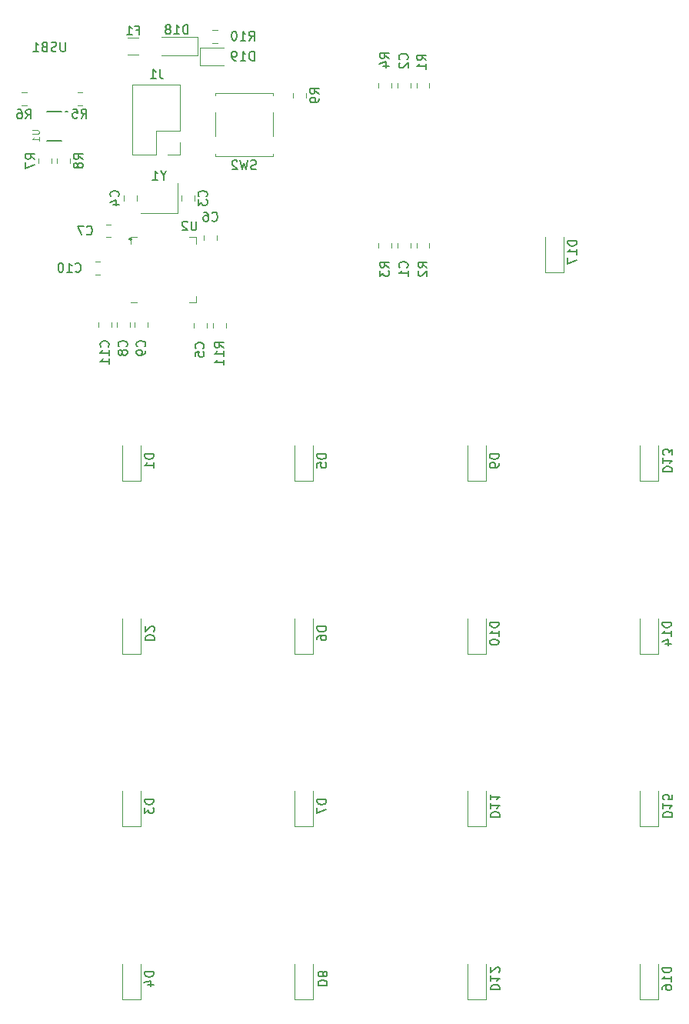
<source format=gbr>
%TF.GenerationSoftware,KiCad,Pcbnew,(5.1.6)-1*%
%TF.CreationDate,2020-07-15T21:07:41-05:00*%
%TF.ProjectId,deco-pad-v1,6465636f-2d70-4616-942d-76312e6b6963,rev?*%
%TF.SameCoordinates,Original*%
%TF.FileFunction,Legend,Bot*%
%TF.FilePolarity,Positive*%
%FSLAX46Y46*%
G04 Gerber Fmt 4.6, Leading zero omitted, Abs format (unit mm)*
G04 Created by KiCad (PCBNEW (5.1.6)-1) date 2020-07-15 21:07:41*
%MOMM*%
%LPD*%
G01*
G04 APERTURE LIST*
%ADD10C,0.150000*%
%ADD11C,0.120000*%
%ADD12C,0.100000*%
G04 APERTURE END LIST*
D10*
X66390000Y-66961428D02*
X66247142Y-67104285D01*
X66390000Y-67247142D01*
X66532857Y-67104285D01*
X66390000Y-66961428D01*
X66390000Y-67247142D01*
D11*
%TO.C,J1*%
X66630000Y-57830000D02*
X69230000Y-57830000D01*
X66630000Y-57830000D02*
X66630000Y-50090000D01*
X66630000Y-50090000D02*
X71830000Y-50090000D01*
X71830000Y-55230000D02*
X71830000Y-50090000D01*
X69230000Y-55230000D02*
X71830000Y-55230000D01*
X69230000Y-57830000D02*
X69230000Y-55230000D01*
X71830000Y-57830000D02*
X71830000Y-56500000D01*
X70500000Y-57830000D02*
X71830000Y-57830000D01*
%TO.C,R8*%
X58290000Y-58241422D02*
X58290000Y-58758578D01*
X59710000Y-58241422D02*
X59710000Y-58758578D01*
%TO.C,R4*%
X93690000Y-50458578D02*
X93690000Y-49941422D01*
X95110000Y-50458578D02*
X95110000Y-49941422D01*
%TO.C,R3*%
X95110000Y-67541422D02*
X95110000Y-68058578D01*
X93690000Y-67541422D02*
X93690000Y-68058578D01*
%TO.C,R2*%
X97890000Y-68058578D02*
X97890000Y-67541422D01*
X99310000Y-68058578D02*
X99310000Y-67541422D01*
%TO.C,R1*%
X99310000Y-49941422D02*
X99310000Y-50458578D01*
X97890000Y-49941422D02*
X97890000Y-50458578D01*
%TO.C,D17*%
X114100000Y-70750000D02*
X114100000Y-66850000D01*
X112100000Y-70750000D02*
X112100000Y-66850000D01*
X114100000Y-70750000D02*
X112100000Y-70750000D01*
%TO.C,C2*%
X97210000Y-49941422D02*
X97210000Y-50458578D01*
X95790000Y-49941422D02*
X95790000Y-50458578D01*
%TO.C,C1*%
X95790000Y-68058578D02*
X95790000Y-67541422D01*
X97210000Y-68058578D02*
X97210000Y-67541422D01*
%TO.C,Y1*%
X71550000Y-60950000D02*
X71550000Y-64250000D01*
X71550000Y-64250000D02*
X67550000Y-64250000D01*
D10*
%TO.C,U1*%
X57200000Y-56300000D02*
X58800000Y-56300000D01*
X59200000Y-53100000D02*
X59500000Y-53100000D01*
X57200000Y-53100000D02*
X58800000Y-53100000D01*
D11*
%TO.C,U2*%
X72885000Y-74110000D02*
X73610000Y-74110000D01*
X73610000Y-74110000D02*
X73610000Y-73385000D01*
X67115000Y-66890000D02*
X66390000Y-66890000D01*
X66390000Y-66890000D02*
X66390000Y-67615000D01*
X72885000Y-66890000D02*
X73610000Y-66890000D01*
X73610000Y-66890000D02*
X73610000Y-67615000D01*
X67115000Y-74110000D02*
X66390000Y-74110000D01*
%TO.C,SW2*%
X75750000Y-57700000D02*
X75750000Y-57950000D01*
X75750000Y-57950000D02*
X82050000Y-57950000D01*
X82050000Y-57950000D02*
X82050000Y-57700000D01*
X75750000Y-53200000D02*
X75750000Y-55800000D01*
X82050000Y-51300000D02*
X82050000Y-51050000D01*
X82050000Y-51050000D02*
X75750000Y-51050000D01*
X75750000Y-51050000D02*
X75750000Y-51300000D01*
X82050000Y-55800000D02*
X82050000Y-53200000D01*
%TO.C,R11*%
X76910000Y-76858578D02*
X76910000Y-76341422D01*
X75490000Y-76858578D02*
X75490000Y-76341422D01*
%TO.C,R10*%
X75441422Y-45510000D02*
X75958578Y-45510000D01*
X75441422Y-44090000D02*
X75958578Y-44090000D01*
%TO.C,R9*%
X84290000Y-51041422D02*
X84290000Y-51558578D01*
X85710000Y-51041422D02*
X85710000Y-51558578D01*
%TO.C,R7*%
X57710000Y-58758578D02*
X57710000Y-58241422D01*
X56290000Y-58758578D02*
X56290000Y-58241422D01*
%TO.C,R6*%
X54958578Y-50990000D02*
X54441422Y-50990000D01*
X54958578Y-52410000D02*
X54441422Y-52410000D01*
%TO.C,R5*%
X60541422Y-52410000D02*
X61058578Y-52410000D01*
X60541422Y-50990000D02*
X61058578Y-50990000D01*
%TO.C,F1*%
X67302064Y-44990000D02*
X66097936Y-44990000D01*
X67302064Y-46810000D02*
X66097936Y-46810000D01*
%TO.C,D19*%
X76700000Y-47960000D02*
X74015000Y-47960000D01*
X74015000Y-47960000D02*
X74015000Y-46040000D01*
X74015000Y-46040000D02*
X76700000Y-46040000D01*
%TO.C,D18*%
X73750000Y-44900000D02*
X73750000Y-46900000D01*
X73750000Y-46900000D02*
X69850000Y-46900000D01*
X73750000Y-44900000D02*
X69850000Y-44900000D01*
%TO.C,D16*%
X124500000Y-150750000D02*
X122500000Y-150750000D01*
X122500000Y-150750000D02*
X122500000Y-146850000D01*
X124500000Y-150750000D02*
X124500000Y-146850000D01*
%TO.C,D15*%
X124500000Y-131750000D02*
X122500000Y-131750000D01*
X122500000Y-131750000D02*
X122500000Y-127850000D01*
X124500000Y-131750000D02*
X124500000Y-127850000D01*
%TO.C,D14*%
X124500000Y-112750000D02*
X122500000Y-112750000D01*
X122500000Y-112750000D02*
X122500000Y-108850000D01*
X124500000Y-112750000D02*
X124500000Y-108850000D01*
%TO.C,D13*%
X124500000Y-93750000D02*
X122500000Y-93750000D01*
X122500000Y-93750000D02*
X122500000Y-89850000D01*
X124500000Y-93750000D02*
X124500000Y-89850000D01*
%TO.C,D12*%
X105500000Y-150750000D02*
X103500000Y-150750000D01*
X103500000Y-150750000D02*
X103500000Y-146850000D01*
X105500000Y-150750000D02*
X105500000Y-146850000D01*
%TO.C,D11*%
X105500000Y-131750000D02*
X103500000Y-131750000D01*
X103500000Y-131750000D02*
X103500000Y-127850000D01*
X105500000Y-131750000D02*
X105500000Y-127850000D01*
%TO.C,D10*%
X105500000Y-112750000D02*
X103500000Y-112750000D01*
X103500000Y-112750000D02*
X103500000Y-108850000D01*
X105500000Y-112750000D02*
X105500000Y-108850000D01*
%TO.C,D9*%
X105500000Y-93750000D02*
X103500000Y-93750000D01*
X103500000Y-93750000D02*
X103500000Y-89850000D01*
X105500000Y-93750000D02*
X105500000Y-89850000D01*
%TO.C,D8*%
X86500000Y-150750000D02*
X84500000Y-150750000D01*
X84500000Y-150750000D02*
X84500000Y-146850000D01*
X86500000Y-150750000D02*
X86500000Y-146850000D01*
%TO.C,D7*%
X86500000Y-131750000D02*
X84500000Y-131750000D01*
X84500000Y-131750000D02*
X84500000Y-127850000D01*
X86500000Y-131750000D02*
X86500000Y-127850000D01*
%TO.C,D6*%
X86500000Y-112750000D02*
X84500000Y-112750000D01*
X84500000Y-112750000D02*
X84500000Y-108850000D01*
X86500000Y-112750000D02*
X86500000Y-108850000D01*
%TO.C,D5*%
X86500000Y-93750000D02*
X84500000Y-93750000D01*
X84500000Y-93750000D02*
X84500000Y-89850000D01*
X86500000Y-93750000D02*
X86500000Y-89850000D01*
%TO.C,D4*%
X67500000Y-150750000D02*
X65500000Y-150750000D01*
X65500000Y-150750000D02*
X65500000Y-146850000D01*
X67500000Y-150750000D02*
X67500000Y-146850000D01*
%TO.C,D3*%
X67500000Y-131750000D02*
X65500000Y-131750000D01*
X65500000Y-131750000D02*
X65500000Y-127850000D01*
X67500000Y-131750000D02*
X67500000Y-127850000D01*
%TO.C,D2*%
X67500000Y-112750000D02*
X65500000Y-112750000D01*
X65500000Y-112750000D02*
X65500000Y-108850000D01*
X67500000Y-112750000D02*
X67500000Y-108850000D01*
%TO.C,D1*%
X67500000Y-93750000D02*
X65500000Y-93750000D01*
X65500000Y-93750000D02*
X65500000Y-89850000D01*
X67500000Y-93750000D02*
X67500000Y-89850000D01*
%TO.C,C11*%
X62890000Y-76241422D02*
X62890000Y-76758578D01*
X64310000Y-76241422D02*
X64310000Y-76758578D01*
%TO.C,C10*%
X63058578Y-69590000D02*
X62541422Y-69590000D01*
X63058578Y-71010000D02*
X62541422Y-71010000D01*
%TO.C,C9*%
X66890000Y-76241422D02*
X66890000Y-76758578D01*
X68310000Y-76241422D02*
X68310000Y-76758578D01*
%TO.C,C8*%
X64890000Y-76241422D02*
X64890000Y-76758578D01*
X66310000Y-76241422D02*
X66310000Y-76758578D01*
%TO.C,C7*%
X64258578Y-65490000D02*
X63741422Y-65490000D01*
X64258578Y-66910000D02*
X63741422Y-66910000D01*
%TO.C,C6*%
X75910000Y-67258578D02*
X75910000Y-66741422D01*
X74490000Y-67258578D02*
X74490000Y-66741422D01*
%TO.C,C5*%
X73390000Y-76378922D02*
X73390000Y-76896078D01*
X74810000Y-76378922D02*
X74810000Y-76896078D01*
%TO.C,C4*%
X65640000Y-62341422D02*
X65640000Y-62858578D01*
X67060000Y-62341422D02*
X67060000Y-62858578D01*
%TO.C,C3*%
X73460000Y-62858578D02*
X73460000Y-62341422D01*
X72040000Y-62858578D02*
X72040000Y-62341422D01*
%TO.C,J1*%
D10*
X69633333Y-48452380D02*
X69633333Y-49166666D01*
X69680952Y-49309523D01*
X69776190Y-49404761D01*
X69919047Y-49452380D01*
X70014285Y-49452380D01*
X68633333Y-49452380D02*
X69204761Y-49452380D01*
X68919047Y-49452380D02*
X68919047Y-48452380D01*
X69014285Y-48595238D01*
X69109523Y-48690476D01*
X69204761Y-48738095D01*
%TO.C,R8*%
X61152380Y-58333333D02*
X60676190Y-58000000D01*
X61152380Y-57761904D02*
X60152380Y-57761904D01*
X60152380Y-58142857D01*
X60200000Y-58238095D01*
X60247619Y-58285714D01*
X60342857Y-58333333D01*
X60485714Y-58333333D01*
X60580952Y-58285714D01*
X60628571Y-58238095D01*
X60676190Y-58142857D01*
X60676190Y-57761904D01*
X60580952Y-58904761D02*
X60533333Y-58809523D01*
X60485714Y-58761904D01*
X60390476Y-58714285D01*
X60342857Y-58714285D01*
X60247619Y-58761904D01*
X60200000Y-58809523D01*
X60152380Y-58904761D01*
X60152380Y-59095238D01*
X60200000Y-59190476D01*
X60247619Y-59238095D01*
X60342857Y-59285714D01*
X60390476Y-59285714D01*
X60485714Y-59238095D01*
X60533333Y-59190476D01*
X60580952Y-59095238D01*
X60580952Y-58904761D01*
X60628571Y-58809523D01*
X60676190Y-58761904D01*
X60771428Y-58714285D01*
X60961904Y-58714285D01*
X61057142Y-58761904D01*
X61104761Y-58809523D01*
X61152380Y-58904761D01*
X61152380Y-59095238D01*
X61104761Y-59190476D01*
X61057142Y-59238095D01*
X60961904Y-59285714D01*
X60771428Y-59285714D01*
X60676190Y-59238095D01*
X60628571Y-59190476D01*
X60580952Y-59095238D01*
%TO.C,R4*%
X94852380Y-47233333D02*
X94376190Y-46900000D01*
X94852380Y-46661904D02*
X93852380Y-46661904D01*
X93852380Y-47042857D01*
X93900000Y-47138095D01*
X93947619Y-47185714D01*
X94042857Y-47233333D01*
X94185714Y-47233333D01*
X94280952Y-47185714D01*
X94328571Y-47138095D01*
X94376190Y-47042857D01*
X94376190Y-46661904D01*
X94185714Y-48090476D02*
X94852380Y-48090476D01*
X93804761Y-47852380D02*
X94519047Y-47614285D01*
X94519047Y-48233333D01*
%TO.C,R3*%
X94852380Y-70233333D02*
X94376190Y-69900000D01*
X94852380Y-69661904D02*
X93852380Y-69661904D01*
X93852380Y-70042857D01*
X93900000Y-70138095D01*
X93947619Y-70185714D01*
X94042857Y-70233333D01*
X94185714Y-70233333D01*
X94280952Y-70185714D01*
X94328571Y-70138095D01*
X94376190Y-70042857D01*
X94376190Y-69661904D01*
X93852380Y-70566666D02*
X93852380Y-71185714D01*
X94233333Y-70852380D01*
X94233333Y-70995238D01*
X94280952Y-71090476D01*
X94328571Y-71138095D01*
X94423809Y-71185714D01*
X94661904Y-71185714D01*
X94757142Y-71138095D01*
X94804761Y-71090476D01*
X94852380Y-70995238D01*
X94852380Y-70709523D01*
X94804761Y-70614285D01*
X94757142Y-70566666D01*
%TO.C,R2*%
X99052380Y-70233333D02*
X98576190Y-69900000D01*
X99052380Y-69661904D02*
X98052380Y-69661904D01*
X98052380Y-70042857D01*
X98100000Y-70138095D01*
X98147619Y-70185714D01*
X98242857Y-70233333D01*
X98385714Y-70233333D01*
X98480952Y-70185714D01*
X98528571Y-70138095D01*
X98576190Y-70042857D01*
X98576190Y-69661904D01*
X98147619Y-70614285D02*
X98100000Y-70661904D01*
X98052380Y-70757142D01*
X98052380Y-70995238D01*
X98100000Y-71090476D01*
X98147619Y-71138095D01*
X98242857Y-71185714D01*
X98338095Y-71185714D01*
X98480952Y-71138095D01*
X99052380Y-70566666D01*
X99052380Y-71185714D01*
%TO.C,R1*%
X98952380Y-47433333D02*
X98476190Y-47100000D01*
X98952380Y-46861904D02*
X97952380Y-46861904D01*
X97952380Y-47242857D01*
X98000000Y-47338095D01*
X98047619Y-47385714D01*
X98142857Y-47433333D01*
X98285714Y-47433333D01*
X98380952Y-47385714D01*
X98428571Y-47338095D01*
X98476190Y-47242857D01*
X98476190Y-46861904D01*
X98952380Y-48385714D02*
X98952380Y-47814285D01*
X98952380Y-48100000D02*
X97952380Y-48100000D01*
X98095238Y-48004761D01*
X98190476Y-47909523D01*
X98238095Y-47814285D01*
%TO.C,D17*%
X115552380Y-67285714D02*
X114552380Y-67285714D01*
X114552380Y-67523809D01*
X114600000Y-67666666D01*
X114695238Y-67761904D01*
X114790476Y-67809523D01*
X114980952Y-67857142D01*
X115123809Y-67857142D01*
X115314285Y-67809523D01*
X115409523Y-67761904D01*
X115504761Y-67666666D01*
X115552380Y-67523809D01*
X115552380Y-67285714D01*
X115552380Y-68809523D02*
X115552380Y-68238095D01*
X115552380Y-68523809D02*
X114552380Y-68523809D01*
X114695238Y-68428571D01*
X114790476Y-68333333D01*
X114838095Y-68238095D01*
X114552380Y-69142857D02*
X114552380Y-69809523D01*
X115552380Y-69380952D01*
%TO.C,C2*%
X96857142Y-47333333D02*
X96904761Y-47285714D01*
X96952380Y-47142857D01*
X96952380Y-47047619D01*
X96904761Y-46904761D01*
X96809523Y-46809523D01*
X96714285Y-46761904D01*
X96523809Y-46714285D01*
X96380952Y-46714285D01*
X96190476Y-46761904D01*
X96095238Y-46809523D01*
X96000000Y-46904761D01*
X95952380Y-47047619D01*
X95952380Y-47142857D01*
X96000000Y-47285714D01*
X96047619Y-47333333D01*
X96047619Y-47714285D02*
X96000000Y-47761904D01*
X95952380Y-47857142D01*
X95952380Y-48095238D01*
X96000000Y-48190476D01*
X96047619Y-48238095D01*
X96142857Y-48285714D01*
X96238095Y-48285714D01*
X96380952Y-48238095D01*
X96952380Y-47666666D01*
X96952380Y-48285714D01*
%TO.C,C1*%
X96857142Y-70233333D02*
X96904761Y-70185714D01*
X96952380Y-70042857D01*
X96952380Y-69947619D01*
X96904761Y-69804761D01*
X96809523Y-69709523D01*
X96714285Y-69661904D01*
X96523809Y-69614285D01*
X96380952Y-69614285D01*
X96190476Y-69661904D01*
X96095238Y-69709523D01*
X96000000Y-69804761D01*
X95952380Y-69947619D01*
X95952380Y-70042857D01*
X96000000Y-70185714D01*
X96047619Y-70233333D01*
X96952380Y-71185714D02*
X96952380Y-70614285D01*
X96952380Y-70900000D02*
X95952380Y-70900000D01*
X96095238Y-70804761D01*
X96190476Y-70709523D01*
X96238095Y-70614285D01*
%TO.C,Y1*%
X70026190Y-60126190D02*
X70026190Y-60602380D01*
X70359523Y-59602380D02*
X70026190Y-60126190D01*
X69692857Y-59602380D01*
X68835714Y-60602380D02*
X69407142Y-60602380D01*
X69121428Y-60602380D02*
X69121428Y-59602380D01*
X69216666Y-59745238D01*
X69311904Y-59840476D01*
X69407142Y-59888095D01*
%TO.C,USB1*%
X59238095Y-45452380D02*
X59238095Y-46261904D01*
X59190476Y-46357142D01*
X59142857Y-46404761D01*
X59047619Y-46452380D01*
X58857142Y-46452380D01*
X58761904Y-46404761D01*
X58714285Y-46357142D01*
X58666666Y-46261904D01*
X58666666Y-45452380D01*
X58238095Y-46404761D02*
X58095238Y-46452380D01*
X57857142Y-46452380D01*
X57761904Y-46404761D01*
X57714285Y-46357142D01*
X57666666Y-46261904D01*
X57666666Y-46166666D01*
X57714285Y-46071428D01*
X57761904Y-46023809D01*
X57857142Y-45976190D01*
X58047619Y-45928571D01*
X58142857Y-45880952D01*
X58190476Y-45833333D01*
X58238095Y-45738095D01*
X58238095Y-45642857D01*
X58190476Y-45547619D01*
X58142857Y-45500000D01*
X58047619Y-45452380D01*
X57809523Y-45452380D01*
X57666666Y-45500000D01*
X56904761Y-45928571D02*
X56761904Y-45976190D01*
X56714285Y-46023809D01*
X56666666Y-46119047D01*
X56666666Y-46261904D01*
X56714285Y-46357142D01*
X56761904Y-46404761D01*
X56857142Y-46452380D01*
X57238095Y-46452380D01*
X57238095Y-45452380D01*
X56904761Y-45452380D01*
X56809523Y-45500000D01*
X56761904Y-45547619D01*
X56714285Y-45642857D01*
X56714285Y-45738095D01*
X56761904Y-45833333D01*
X56809523Y-45880952D01*
X56904761Y-45928571D01*
X57238095Y-45928571D01*
X55714285Y-46452380D02*
X56285714Y-46452380D01*
X56000000Y-46452380D02*
X56000000Y-45452380D01*
X56095238Y-45595238D01*
X56190476Y-45690476D01*
X56285714Y-45738095D01*
%TO.C,U1*%
D12*
X55589285Y-55128571D02*
X56196428Y-55128571D01*
X56267857Y-55164285D01*
X56303571Y-55200000D01*
X56339285Y-55271428D01*
X56339285Y-55414285D01*
X56303571Y-55485714D01*
X56267857Y-55521428D01*
X56196428Y-55557142D01*
X55589285Y-55557142D01*
X56339285Y-56307142D02*
X56339285Y-55878571D01*
X56339285Y-56092857D02*
X55589285Y-56092857D01*
X55696428Y-56021428D01*
X55767857Y-55950000D01*
X55803571Y-55878571D01*
%TO.C,U2*%
D10*
X73661904Y-65152380D02*
X73661904Y-65961904D01*
X73614285Y-66057142D01*
X73566666Y-66104761D01*
X73471428Y-66152380D01*
X73280952Y-66152380D01*
X73185714Y-66104761D01*
X73138095Y-66057142D01*
X73090476Y-65961904D01*
X73090476Y-65152380D01*
X72661904Y-65247619D02*
X72614285Y-65200000D01*
X72519047Y-65152380D01*
X72280952Y-65152380D01*
X72185714Y-65200000D01*
X72138095Y-65247619D01*
X72090476Y-65342857D01*
X72090476Y-65438095D01*
X72138095Y-65580952D01*
X72709523Y-66152380D01*
X72090476Y-66152380D01*
%TO.C,SW2*%
X80233333Y-59404761D02*
X80090476Y-59452380D01*
X79852380Y-59452380D01*
X79757142Y-59404761D01*
X79709523Y-59357142D01*
X79661904Y-59261904D01*
X79661904Y-59166666D01*
X79709523Y-59071428D01*
X79757142Y-59023809D01*
X79852380Y-58976190D01*
X80042857Y-58928571D01*
X80138095Y-58880952D01*
X80185714Y-58833333D01*
X80233333Y-58738095D01*
X80233333Y-58642857D01*
X80185714Y-58547619D01*
X80138095Y-58500000D01*
X80042857Y-58452380D01*
X79804761Y-58452380D01*
X79661904Y-58500000D01*
X79328571Y-58452380D02*
X79090476Y-59452380D01*
X78900000Y-58738095D01*
X78709523Y-59452380D01*
X78471428Y-58452380D01*
X78138095Y-58547619D02*
X78090476Y-58500000D01*
X77995238Y-58452380D01*
X77757142Y-58452380D01*
X77661904Y-58500000D01*
X77614285Y-58547619D01*
X77566666Y-58642857D01*
X77566666Y-58738095D01*
X77614285Y-58880952D01*
X78185714Y-59452380D01*
X77566666Y-59452380D01*
%TO.C,R11*%
X76652380Y-79057142D02*
X76176190Y-78723809D01*
X76652380Y-78485714D02*
X75652380Y-78485714D01*
X75652380Y-78866666D01*
X75700000Y-78961904D01*
X75747619Y-79009523D01*
X75842857Y-79057142D01*
X75985714Y-79057142D01*
X76080952Y-79009523D01*
X76128571Y-78961904D01*
X76176190Y-78866666D01*
X76176190Y-78485714D01*
X76652380Y-80009523D02*
X76652380Y-79438095D01*
X76652380Y-79723809D02*
X75652380Y-79723809D01*
X75795238Y-79628571D01*
X75890476Y-79533333D01*
X75938095Y-79438095D01*
X76652380Y-80961904D02*
X76652380Y-80390476D01*
X76652380Y-80676190D02*
X75652380Y-80676190D01*
X75795238Y-80580952D01*
X75890476Y-80485714D01*
X75938095Y-80390476D01*
%TO.C,R10*%
X79442857Y-45252380D02*
X79776190Y-44776190D01*
X80014285Y-45252380D02*
X80014285Y-44252380D01*
X79633333Y-44252380D01*
X79538095Y-44300000D01*
X79490476Y-44347619D01*
X79442857Y-44442857D01*
X79442857Y-44585714D01*
X79490476Y-44680952D01*
X79538095Y-44728571D01*
X79633333Y-44776190D01*
X80014285Y-44776190D01*
X78490476Y-45252380D02*
X79061904Y-45252380D01*
X78776190Y-45252380D02*
X78776190Y-44252380D01*
X78871428Y-44395238D01*
X78966666Y-44490476D01*
X79061904Y-44538095D01*
X77871428Y-44252380D02*
X77776190Y-44252380D01*
X77680952Y-44300000D01*
X77633333Y-44347619D01*
X77585714Y-44442857D01*
X77538095Y-44633333D01*
X77538095Y-44871428D01*
X77585714Y-45061904D01*
X77633333Y-45157142D01*
X77680952Y-45204761D01*
X77776190Y-45252380D01*
X77871428Y-45252380D01*
X77966666Y-45204761D01*
X78014285Y-45157142D01*
X78061904Y-45061904D01*
X78109523Y-44871428D01*
X78109523Y-44633333D01*
X78061904Y-44442857D01*
X78014285Y-44347619D01*
X77966666Y-44300000D01*
X77871428Y-44252380D01*
%TO.C,R9*%
X87152380Y-51133333D02*
X86676190Y-50800000D01*
X87152380Y-50561904D02*
X86152380Y-50561904D01*
X86152380Y-50942857D01*
X86200000Y-51038095D01*
X86247619Y-51085714D01*
X86342857Y-51133333D01*
X86485714Y-51133333D01*
X86580952Y-51085714D01*
X86628571Y-51038095D01*
X86676190Y-50942857D01*
X86676190Y-50561904D01*
X87152380Y-51609523D02*
X87152380Y-51800000D01*
X87104761Y-51895238D01*
X87057142Y-51942857D01*
X86914285Y-52038095D01*
X86723809Y-52085714D01*
X86342857Y-52085714D01*
X86247619Y-52038095D01*
X86200000Y-51990476D01*
X86152380Y-51895238D01*
X86152380Y-51704761D01*
X86200000Y-51609523D01*
X86247619Y-51561904D01*
X86342857Y-51514285D01*
X86580952Y-51514285D01*
X86676190Y-51561904D01*
X86723809Y-51609523D01*
X86771428Y-51704761D01*
X86771428Y-51895238D01*
X86723809Y-51990476D01*
X86676190Y-52038095D01*
X86580952Y-52085714D01*
%TO.C,R7*%
X55852380Y-58333333D02*
X55376190Y-58000000D01*
X55852380Y-57761904D02*
X54852380Y-57761904D01*
X54852380Y-58142857D01*
X54900000Y-58238095D01*
X54947619Y-58285714D01*
X55042857Y-58333333D01*
X55185714Y-58333333D01*
X55280952Y-58285714D01*
X55328571Y-58238095D01*
X55376190Y-58142857D01*
X55376190Y-57761904D01*
X54852380Y-58666666D02*
X54852380Y-59333333D01*
X55852380Y-58904761D01*
%TO.C,R6*%
X54866666Y-53852380D02*
X55200000Y-53376190D01*
X55438095Y-53852380D02*
X55438095Y-52852380D01*
X55057142Y-52852380D01*
X54961904Y-52900000D01*
X54914285Y-52947619D01*
X54866666Y-53042857D01*
X54866666Y-53185714D01*
X54914285Y-53280952D01*
X54961904Y-53328571D01*
X55057142Y-53376190D01*
X55438095Y-53376190D01*
X54009523Y-52852380D02*
X54200000Y-52852380D01*
X54295238Y-52900000D01*
X54342857Y-52947619D01*
X54438095Y-53090476D01*
X54485714Y-53280952D01*
X54485714Y-53661904D01*
X54438095Y-53757142D01*
X54390476Y-53804761D01*
X54295238Y-53852380D01*
X54104761Y-53852380D01*
X54009523Y-53804761D01*
X53961904Y-53757142D01*
X53914285Y-53661904D01*
X53914285Y-53423809D01*
X53961904Y-53328571D01*
X54009523Y-53280952D01*
X54104761Y-53233333D01*
X54295238Y-53233333D01*
X54390476Y-53280952D01*
X54438095Y-53328571D01*
X54485714Y-53423809D01*
%TO.C,R5*%
X60966666Y-53802380D02*
X61300000Y-53326190D01*
X61538095Y-53802380D02*
X61538095Y-52802380D01*
X61157142Y-52802380D01*
X61061904Y-52850000D01*
X61014285Y-52897619D01*
X60966666Y-52992857D01*
X60966666Y-53135714D01*
X61014285Y-53230952D01*
X61061904Y-53278571D01*
X61157142Y-53326190D01*
X61538095Y-53326190D01*
X60061904Y-52802380D02*
X60538095Y-52802380D01*
X60585714Y-53278571D01*
X60538095Y-53230952D01*
X60442857Y-53183333D01*
X60204761Y-53183333D01*
X60109523Y-53230952D01*
X60061904Y-53278571D01*
X60014285Y-53373809D01*
X60014285Y-53611904D01*
X60061904Y-53707142D01*
X60109523Y-53754761D01*
X60204761Y-53802380D01*
X60442857Y-53802380D01*
X60538095Y-53754761D01*
X60585714Y-53707142D01*
%TO.C,F1*%
X67033333Y-44128571D02*
X67366666Y-44128571D01*
X67366666Y-44652380D02*
X67366666Y-43652380D01*
X66890476Y-43652380D01*
X65985714Y-44652380D02*
X66557142Y-44652380D01*
X66271428Y-44652380D02*
X66271428Y-43652380D01*
X66366666Y-43795238D01*
X66461904Y-43890476D01*
X66557142Y-43938095D01*
%TO.C,D19*%
X80014285Y-47452380D02*
X80014285Y-46452380D01*
X79776190Y-46452380D01*
X79633333Y-46500000D01*
X79538095Y-46595238D01*
X79490476Y-46690476D01*
X79442857Y-46880952D01*
X79442857Y-47023809D01*
X79490476Y-47214285D01*
X79538095Y-47309523D01*
X79633333Y-47404761D01*
X79776190Y-47452380D01*
X80014285Y-47452380D01*
X78490476Y-47452380D02*
X79061904Y-47452380D01*
X78776190Y-47452380D02*
X78776190Y-46452380D01*
X78871428Y-46595238D01*
X78966666Y-46690476D01*
X79061904Y-46738095D01*
X78014285Y-47452380D02*
X77823809Y-47452380D01*
X77728571Y-47404761D01*
X77680952Y-47357142D01*
X77585714Y-47214285D01*
X77538095Y-47023809D01*
X77538095Y-46642857D01*
X77585714Y-46547619D01*
X77633333Y-46500000D01*
X77728571Y-46452380D01*
X77919047Y-46452380D01*
X78014285Y-46500000D01*
X78061904Y-46547619D01*
X78109523Y-46642857D01*
X78109523Y-46880952D01*
X78061904Y-46976190D01*
X78014285Y-47023809D01*
X77919047Y-47071428D01*
X77728571Y-47071428D01*
X77633333Y-47023809D01*
X77585714Y-46976190D01*
X77538095Y-46880952D01*
%TO.C,D18*%
X72714285Y-44552380D02*
X72714285Y-43552380D01*
X72476190Y-43552380D01*
X72333333Y-43600000D01*
X72238095Y-43695238D01*
X72190476Y-43790476D01*
X72142857Y-43980952D01*
X72142857Y-44123809D01*
X72190476Y-44314285D01*
X72238095Y-44409523D01*
X72333333Y-44504761D01*
X72476190Y-44552380D01*
X72714285Y-44552380D01*
X71190476Y-44552380D02*
X71761904Y-44552380D01*
X71476190Y-44552380D02*
X71476190Y-43552380D01*
X71571428Y-43695238D01*
X71666666Y-43790476D01*
X71761904Y-43838095D01*
X70619047Y-43980952D02*
X70714285Y-43933333D01*
X70761904Y-43885714D01*
X70809523Y-43790476D01*
X70809523Y-43742857D01*
X70761904Y-43647619D01*
X70714285Y-43600000D01*
X70619047Y-43552380D01*
X70428571Y-43552380D01*
X70333333Y-43600000D01*
X70285714Y-43647619D01*
X70238095Y-43742857D01*
X70238095Y-43790476D01*
X70285714Y-43885714D01*
X70333333Y-43933333D01*
X70428571Y-43980952D01*
X70619047Y-43980952D01*
X70714285Y-44028571D01*
X70761904Y-44076190D01*
X70809523Y-44171428D01*
X70809523Y-44361904D01*
X70761904Y-44457142D01*
X70714285Y-44504761D01*
X70619047Y-44552380D01*
X70428571Y-44552380D01*
X70333333Y-44504761D01*
X70285714Y-44457142D01*
X70238095Y-44361904D01*
X70238095Y-44171428D01*
X70285714Y-44076190D01*
X70333333Y-44028571D01*
X70428571Y-43980952D01*
%TO.C,D16*%
X125952380Y-147285714D02*
X124952380Y-147285714D01*
X124952380Y-147523809D01*
X125000000Y-147666666D01*
X125095238Y-147761904D01*
X125190476Y-147809523D01*
X125380952Y-147857142D01*
X125523809Y-147857142D01*
X125714285Y-147809523D01*
X125809523Y-147761904D01*
X125904761Y-147666666D01*
X125952380Y-147523809D01*
X125952380Y-147285714D01*
X125952380Y-148809523D02*
X125952380Y-148238095D01*
X125952380Y-148523809D02*
X124952380Y-148523809D01*
X125095238Y-148428571D01*
X125190476Y-148333333D01*
X125238095Y-148238095D01*
X124952380Y-149666666D02*
X124952380Y-149476190D01*
X125000000Y-149380952D01*
X125047619Y-149333333D01*
X125190476Y-149238095D01*
X125380952Y-149190476D01*
X125761904Y-149190476D01*
X125857142Y-149238095D01*
X125904761Y-149285714D01*
X125952380Y-149380952D01*
X125952380Y-149571428D01*
X125904761Y-149666666D01*
X125857142Y-149714285D01*
X125761904Y-149761904D01*
X125523809Y-149761904D01*
X125428571Y-149714285D01*
X125380952Y-149666666D01*
X125333333Y-149571428D01*
X125333333Y-149380952D01*
X125380952Y-149285714D01*
X125428571Y-149238095D01*
X125523809Y-149190476D01*
%TO.C,D15*%
X125047619Y-130714285D02*
X126047619Y-130714285D01*
X126047619Y-130476190D01*
X126000000Y-130333333D01*
X125904761Y-130238095D01*
X125809523Y-130190476D01*
X125619047Y-130142857D01*
X125476190Y-130142857D01*
X125285714Y-130190476D01*
X125190476Y-130238095D01*
X125095238Y-130333333D01*
X125047619Y-130476190D01*
X125047619Y-130714285D01*
X125047619Y-129190476D02*
X125047619Y-129761904D01*
X125047619Y-129476190D02*
X126047619Y-129476190D01*
X125904761Y-129571428D01*
X125809523Y-129666666D01*
X125761904Y-129761904D01*
X126047619Y-128285714D02*
X126047619Y-128761904D01*
X125571428Y-128809523D01*
X125619047Y-128761904D01*
X125666666Y-128666666D01*
X125666666Y-128428571D01*
X125619047Y-128333333D01*
X125571428Y-128285714D01*
X125476190Y-128238095D01*
X125238095Y-128238095D01*
X125142857Y-128285714D01*
X125095238Y-128333333D01*
X125047619Y-128428571D01*
X125047619Y-128666666D01*
X125095238Y-128761904D01*
X125142857Y-128809523D01*
%TO.C,D14*%
X125952380Y-109285714D02*
X124952380Y-109285714D01*
X124952380Y-109523809D01*
X125000000Y-109666666D01*
X125095238Y-109761904D01*
X125190476Y-109809523D01*
X125380952Y-109857142D01*
X125523809Y-109857142D01*
X125714285Y-109809523D01*
X125809523Y-109761904D01*
X125904761Y-109666666D01*
X125952380Y-109523809D01*
X125952380Y-109285714D01*
X125952380Y-110809523D02*
X125952380Y-110238095D01*
X125952380Y-110523809D02*
X124952380Y-110523809D01*
X125095238Y-110428571D01*
X125190476Y-110333333D01*
X125238095Y-110238095D01*
X125285714Y-111666666D02*
X125952380Y-111666666D01*
X124904761Y-111428571D02*
X125619047Y-111190476D01*
X125619047Y-111809523D01*
%TO.C,D13*%
X125047619Y-92714285D02*
X126047619Y-92714285D01*
X126047619Y-92476190D01*
X126000000Y-92333333D01*
X125904761Y-92238095D01*
X125809523Y-92190476D01*
X125619047Y-92142857D01*
X125476190Y-92142857D01*
X125285714Y-92190476D01*
X125190476Y-92238095D01*
X125095238Y-92333333D01*
X125047619Y-92476190D01*
X125047619Y-92714285D01*
X125047619Y-91190476D02*
X125047619Y-91761904D01*
X125047619Y-91476190D02*
X126047619Y-91476190D01*
X125904761Y-91571428D01*
X125809523Y-91666666D01*
X125761904Y-91761904D01*
X126047619Y-90857142D02*
X126047619Y-90238095D01*
X125666666Y-90571428D01*
X125666666Y-90428571D01*
X125619047Y-90333333D01*
X125571428Y-90285714D01*
X125476190Y-90238095D01*
X125238095Y-90238095D01*
X125142857Y-90285714D01*
X125095238Y-90333333D01*
X125047619Y-90428571D01*
X125047619Y-90714285D01*
X125095238Y-90809523D01*
X125142857Y-90857142D01*
%TO.C,D12*%
X106047619Y-149714285D02*
X107047619Y-149714285D01*
X107047619Y-149476190D01*
X107000000Y-149333333D01*
X106904761Y-149238095D01*
X106809523Y-149190476D01*
X106619047Y-149142857D01*
X106476190Y-149142857D01*
X106285714Y-149190476D01*
X106190476Y-149238095D01*
X106095238Y-149333333D01*
X106047619Y-149476190D01*
X106047619Y-149714285D01*
X106047619Y-148190476D02*
X106047619Y-148761904D01*
X106047619Y-148476190D02*
X107047619Y-148476190D01*
X106904761Y-148571428D01*
X106809523Y-148666666D01*
X106761904Y-148761904D01*
X106952380Y-147809523D02*
X107000000Y-147761904D01*
X107047619Y-147666666D01*
X107047619Y-147428571D01*
X107000000Y-147333333D01*
X106952380Y-147285714D01*
X106857142Y-147238095D01*
X106761904Y-147238095D01*
X106619047Y-147285714D01*
X106047619Y-147857142D01*
X106047619Y-147238095D01*
%TO.C,D11*%
X106047619Y-130714285D02*
X107047619Y-130714285D01*
X107047619Y-130476190D01*
X107000000Y-130333333D01*
X106904761Y-130238095D01*
X106809523Y-130190476D01*
X106619047Y-130142857D01*
X106476190Y-130142857D01*
X106285714Y-130190476D01*
X106190476Y-130238095D01*
X106095238Y-130333333D01*
X106047619Y-130476190D01*
X106047619Y-130714285D01*
X106047619Y-129190476D02*
X106047619Y-129761904D01*
X106047619Y-129476190D02*
X107047619Y-129476190D01*
X106904761Y-129571428D01*
X106809523Y-129666666D01*
X106761904Y-129761904D01*
X106047619Y-128238095D02*
X106047619Y-128809523D01*
X106047619Y-128523809D02*
X107047619Y-128523809D01*
X106904761Y-128619047D01*
X106809523Y-128714285D01*
X106761904Y-128809523D01*
%TO.C,D10*%
X106952380Y-109285714D02*
X105952380Y-109285714D01*
X105952380Y-109523809D01*
X106000000Y-109666666D01*
X106095238Y-109761904D01*
X106190476Y-109809523D01*
X106380952Y-109857142D01*
X106523809Y-109857142D01*
X106714285Y-109809523D01*
X106809523Y-109761904D01*
X106904761Y-109666666D01*
X106952380Y-109523809D01*
X106952380Y-109285714D01*
X106952380Y-110809523D02*
X106952380Y-110238095D01*
X106952380Y-110523809D02*
X105952380Y-110523809D01*
X106095238Y-110428571D01*
X106190476Y-110333333D01*
X106238095Y-110238095D01*
X105952380Y-111428571D02*
X105952380Y-111523809D01*
X106000000Y-111619047D01*
X106047619Y-111666666D01*
X106142857Y-111714285D01*
X106333333Y-111761904D01*
X106571428Y-111761904D01*
X106761904Y-111714285D01*
X106857142Y-111666666D01*
X106904761Y-111619047D01*
X106952380Y-111523809D01*
X106952380Y-111428571D01*
X106904761Y-111333333D01*
X106857142Y-111285714D01*
X106761904Y-111238095D01*
X106571428Y-111190476D01*
X106333333Y-111190476D01*
X106142857Y-111238095D01*
X106047619Y-111285714D01*
X106000000Y-111333333D01*
X105952380Y-111428571D01*
%TO.C,D9*%
X106952380Y-90761904D02*
X105952380Y-90761904D01*
X105952380Y-91000000D01*
X106000000Y-91142857D01*
X106095238Y-91238095D01*
X106190476Y-91285714D01*
X106380952Y-91333333D01*
X106523809Y-91333333D01*
X106714285Y-91285714D01*
X106809523Y-91238095D01*
X106904761Y-91142857D01*
X106952380Y-91000000D01*
X106952380Y-90761904D01*
X106952380Y-91809523D02*
X106952380Y-92000000D01*
X106904761Y-92095238D01*
X106857142Y-92142857D01*
X106714285Y-92238095D01*
X106523809Y-92285714D01*
X106142857Y-92285714D01*
X106047619Y-92238095D01*
X106000000Y-92190476D01*
X105952380Y-92095238D01*
X105952380Y-91904761D01*
X106000000Y-91809523D01*
X106047619Y-91761904D01*
X106142857Y-91714285D01*
X106380952Y-91714285D01*
X106476190Y-91761904D01*
X106523809Y-91809523D01*
X106571428Y-91904761D01*
X106571428Y-92095238D01*
X106523809Y-92190476D01*
X106476190Y-92238095D01*
X106380952Y-92285714D01*
%TO.C,D8*%
X87047619Y-149238095D02*
X88047619Y-149238095D01*
X88047619Y-149000000D01*
X88000000Y-148857142D01*
X87904761Y-148761904D01*
X87809523Y-148714285D01*
X87619047Y-148666666D01*
X87476190Y-148666666D01*
X87285714Y-148714285D01*
X87190476Y-148761904D01*
X87095238Y-148857142D01*
X87047619Y-149000000D01*
X87047619Y-149238095D01*
X87619047Y-148095238D02*
X87666666Y-148190476D01*
X87714285Y-148238095D01*
X87809523Y-148285714D01*
X87857142Y-148285714D01*
X87952380Y-148238095D01*
X88000000Y-148190476D01*
X88047619Y-148095238D01*
X88047619Y-147904761D01*
X88000000Y-147809523D01*
X87952380Y-147761904D01*
X87857142Y-147714285D01*
X87809523Y-147714285D01*
X87714285Y-147761904D01*
X87666666Y-147809523D01*
X87619047Y-147904761D01*
X87619047Y-148095238D01*
X87571428Y-148190476D01*
X87523809Y-148238095D01*
X87428571Y-148285714D01*
X87238095Y-148285714D01*
X87142857Y-148238095D01*
X87095238Y-148190476D01*
X87047619Y-148095238D01*
X87047619Y-147904761D01*
X87095238Y-147809523D01*
X87142857Y-147761904D01*
X87238095Y-147714285D01*
X87428571Y-147714285D01*
X87523809Y-147761904D01*
X87571428Y-147809523D01*
X87619047Y-147904761D01*
%TO.C,D7*%
X87952380Y-128761904D02*
X86952380Y-128761904D01*
X86952380Y-129000000D01*
X87000000Y-129142857D01*
X87095238Y-129238095D01*
X87190476Y-129285714D01*
X87380952Y-129333333D01*
X87523809Y-129333333D01*
X87714285Y-129285714D01*
X87809523Y-129238095D01*
X87904761Y-129142857D01*
X87952380Y-129000000D01*
X87952380Y-128761904D01*
X86952380Y-129666666D02*
X86952380Y-130333333D01*
X87952380Y-129904761D01*
%TO.C,D6*%
X87952380Y-109761904D02*
X86952380Y-109761904D01*
X86952380Y-110000000D01*
X87000000Y-110142857D01*
X87095238Y-110238095D01*
X87190476Y-110285714D01*
X87380952Y-110333333D01*
X87523809Y-110333333D01*
X87714285Y-110285714D01*
X87809523Y-110238095D01*
X87904761Y-110142857D01*
X87952380Y-110000000D01*
X87952380Y-109761904D01*
X86952380Y-111190476D02*
X86952380Y-111000000D01*
X87000000Y-110904761D01*
X87047619Y-110857142D01*
X87190476Y-110761904D01*
X87380952Y-110714285D01*
X87761904Y-110714285D01*
X87857142Y-110761904D01*
X87904761Y-110809523D01*
X87952380Y-110904761D01*
X87952380Y-111095238D01*
X87904761Y-111190476D01*
X87857142Y-111238095D01*
X87761904Y-111285714D01*
X87523809Y-111285714D01*
X87428571Y-111238095D01*
X87380952Y-111190476D01*
X87333333Y-111095238D01*
X87333333Y-110904761D01*
X87380952Y-110809523D01*
X87428571Y-110761904D01*
X87523809Y-110714285D01*
%TO.C,D5*%
X87952380Y-90761904D02*
X86952380Y-90761904D01*
X86952380Y-91000000D01*
X87000000Y-91142857D01*
X87095238Y-91238095D01*
X87190476Y-91285714D01*
X87380952Y-91333333D01*
X87523809Y-91333333D01*
X87714285Y-91285714D01*
X87809523Y-91238095D01*
X87904761Y-91142857D01*
X87952380Y-91000000D01*
X87952380Y-90761904D01*
X86952380Y-92238095D02*
X86952380Y-91761904D01*
X87428571Y-91714285D01*
X87380952Y-91761904D01*
X87333333Y-91857142D01*
X87333333Y-92095238D01*
X87380952Y-92190476D01*
X87428571Y-92238095D01*
X87523809Y-92285714D01*
X87761904Y-92285714D01*
X87857142Y-92238095D01*
X87904761Y-92190476D01*
X87952380Y-92095238D01*
X87952380Y-91857142D01*
X87904761Y-91761904D01*
X87857142Y-91714285D01*
%TO.C,D4*%
X68952380Y-147761904D02*
X67952380Y-147761904D01*
X67952380Y-148000000D01*
X68000000Y-148142857D01*
X68095238Y-148238095D01*
X68190476Y-148285714D01*
X68380952Y-148333333D01*
X68523809Y-148333333D01*
X68714285Y-148285714D01*
X68809523Y-148238095D01*
X68904761Y-148142857D01*
X68952380Y-148000000D01*
X68952380Y-147761904D01*
X68285714Y-149190476D02*
X68952380Y-149190476D01*
X67904761Y-148952380D02*
X68619047Y-148714285D01*
X68619047Y-149333333D01*
%TO.C,D3*%
X68952380Y-128761904D02*
X67952380Y-128761904D01*
X67952380Y-129000000D01*
X68000000Y-129142857D01*
X68095238Y-129238095D01*
X68190476Y-129285714D01*
X68380952Y-129333333D01*
X68523809Y-129333333D01*
X68714285Y-129285714D01*
X68809523Y-129238095D01*
X68904761Y-129142857D01*
X68952380Y-129000000D01*
X68952380Y-128761904D01*
X67952380Y-129666666D02*
X67952380Y-130285714D01*
X68333333Y-129952380D01*
X68333333Y-130095238D01*
X68380952Y-130190476D01*
X68428571Y-130238095D01*
X68523809Y-130285714D01*
X68761904Y-130285714D01*
X68857142Y-130238095D01*
X68904761Y-130190476D01*
X68952380Y-130095238D01*
X68952380Y-129809523D01*
X68904761Y-129714285D01*
X68857142Y-129666666D01*
%TO.C,D2*%
X68047619Y-111238095D02*
X69047619Y-111238095D01*
X69047619Y-111000000D01*
X69000000Y-110857142D01*
X68904761Y-110761904D01*
X68809523Y-110714285D01*
X68619047Y-110666666D01*
X68476190Y-110666666D01*
X68285714Y-110714285D01*
X68190476Y-110761904D01*
X68095238Y-110857142D01*
X68047619Y-111000000D01*
X68047619Y-111238095D01*
X68952380Y-110285714D02*
X69000000Y-110238095D01*
X69047619Y-110142857D01*
X69047619Y-109904761D01*
X69000000Y-109809523D01*
X68952380Y-109761904D01*
X68857142Y-109714285D01*
X68761904Y-109714285D01*
X68619047Y-109761904D01*
X68047619Y-110333333D01*
X68047619Y-109714285D01*
%TO.C,D1*%
X68952380Y-90761904D02*
X67952380Y-90761904D01*
X67952380Y-91000000D01*
X68000000Y-91142857D01*
X68095238Y-91238095D01*
X68190476Y-91285714D01*
X68380952Y-91333333D01*
X68523809Y-91333333D01*
X68714285Y-91285714D01*
X68809523Y-91238095D01*
X68904761Y-91142857D01*
X68952380Y-91000000D01*
X68952380Y-90761904D01*
X68952380Y-92285714D02*
X68952380Y-91714285D01*
X68952380Y-92000000D02*
X67952380Y-92000000D01*
X68095238Y-91904761D01*
X68190476Y-91809523D01*
X68238095Y-91714285D01*
%TO.C,C11*%
X63957142Y-78957142D02*
X64004761Y-78909523D01*
X64052380Y-78766666D01*
X64052380Y-78671428D01*
X64004761Y-78528571D01*
X63909523Y-78433333D01*
X63814285Y-78385714D01*
X63623809Y-78338095D01*
X63480952Y-78338095D01*
X63290476Y-78385714D01*
X63195238Y-78433333D01*
X63100000Y-78528571D01*
X63052380Y-78671428D01*
X63052380Y-78766666D01*
X63100000Y-78909523D01*
X63147619Y-78957142D01*
X64052380Y-79909523D02*
X64052380Y-79338095D01*
X64052380Y-79623809D02*
X63052380Y-79623809D01*
X63195238Y-79528571D01*
X63290476Y-79433333D01*
X63338095Y-79338095D01*
X64052380Y-80861904D02*
X64052380Y-80290476D01*
X64052380Y-80576190D02*
X63052380Y-80576190D01*
X63195238Y-80480952D01*
X63290476Y-80385714D01*
X63338095Y-80290476D01*
%TO.C,C10*%
X60342857Y-70657142D02*
X60390476Y-70704761D01*
X60533333Y-70752380D01*
X60628571Y-70752380D01*
X60771428Y-70704761D01*
X60866666Y-70609523D01*
X60914285Y-70514285D01*
X60961904Y-70323809D01*
X60961904Y-70180952D01*
X60914285Y-69990476D01*
X60866666Y-69895238D01*
X60771428Y-69800000D01*
X60628571Y-69752380D01*
X60533333Y-69752380D01*
X60390476Y-69800000D01*
X60342857Y-69847619D01*
X59390476Y-70752380D02*
X59961904Y-70752380D01*
X59676190Y-70752380D02*
X59676190Y-69752380D01*
X59771428Y-69895238D01*
X59866666Y-69990476D01*
X59961904Y-70038095D01*
X58771428Y-69752380D02*
X58676190Y-69752380D01*
X58580952Y-69800000D01*
X58533333Y-69847619D01*
X58485714Y-69942857D01*
X58438095Y-70133333D01*
X58438095Y-70371428D01*
X58485714Y-70561904D01*
X58533333Y-70657142D01*
X58580952Y-70704761D01*
X58676190Y-70752380D01*
X58771428Y-70752380D01*
X58866666Y-70704761D01*
X58914285Y-70657142D01*
X58961904Y-70561904D01*
X59009523Y-70371428D01*
X59009523Y-70133333D01*
X58961904Y-69942857D01*
X58914285Y-69847619D01*
X58866666Y-69800000D01*
X58771428Y-69752380D01*
%TO.C,C9*%
X67957142Y-78933333D02*
X68004761Y-78885714D01*
X68052380Y-78742857D01*
X68052380Y-78647619D01*
X68004761Y-78504761D01*
X67909523Y-78409523D01*
X67814285Y-78361904D01*
X67623809Y-78314285D01*
X67480952Y-78314285D01*
X67290476Y-78361904D01*
X67195238Y-78409523D01*
X67100000Y-78504761D01*
X67052380Y-78647619D01*
X67052380Y-78742857D01*
X67100000Y-78885714D01*
X67147619Y-78933333D01*
X68052380Y-79409523D02*
X68052380Y-79600000D01*
X68004761Y-79695238D01*
X67957142Y-79742857D01*
X67814285Y-79838095D01*
X67623809Y-79885714D01*
X67242857Y-79885714D01*
X67147619Y-79838095D01*
X67100000Y-79790476D01*
X67052380Y-79695238D01*
X67052380Y-79504761D01*
X67100000Y-79409523D01*
X67147619Y-79361904D01*
X67242857Y-79314285D01*
X67480952Y-79314285D01*
X67576190Y-79361904D01*
X67623809Y-79409523D01*
X67671428Y-79504761D01*
X67671428Y-79695238D01*
X67623809Y-79790476D01*
X67576190Y-79838095D01*
X67480952Y-79885714D01*
%TO.C,C8*%
X65957142Y-78933333D02*
X66004761Y-78885714D01*
X66052380Y-78742857D01*
X66052380Y-78647619D01*
X66004761Y-78504761D01*
X65909523Y-78409523D01*
X65814285Y-78361904D01*
X65623809Y-78314285D01*
X65480952Y-78314285D01*
X65290476Y-78361904D01*
X65195238Y-78409523D01*
X65100000Y-78504761D01*
X65052380Y-78647619D01*
X65052380Y-78742857D01*
X65100000Y-78885714D01*
X65147619Y-78933333D01*
X65480952Y-79504761D02*
X65433333Y-79409523D01*
X65385714Y-79361904D01*
X65290476Y-79314285D01*
X65242857Y-79314285D01*
X65147619Y-79361904D01*
X65100000Y-79409523D01*
X65052380Y-79504761D01*
X65052380Y-79695238D01*
X65100000Y-79790476D01*
X65147619Y-79838095D01*
X65242857Y-79885714D01*
X65290476Y-79885714D01*
X65385714Y-79838095D01*
X65433333Y-79790476D01*
X65480952Y-79695238D01*
X65480952Y-79504761D01*
X65528571Y-79409523D01*
X65576190Y-79361904D01*
X65671428Y-79314285D01*
X65861904Y-79314285D01*
X65957142Y-79361904D01*
X66004761Y-79409523D01*
X66052380Y-79504761D01*
X66052380Y-79695238D01*
X66004761Y-79790476D01*
X65957142Y-79838095D01*
X65861904Y-79885714D01*
X65671428Y-79885714D01*
X65576190Y-79838095D01*
X65528571Y-79790476D01*
X65480952Y-79695238D01*
%TO.C,C7*%
X61566666Y-66557142D02*
X61614285Y-66604761D01*
X61757142Y-66652380D01*
X61852380Y-66652380D01*
X61995238Y-66604761D01*
X62090476Y-66509523D01*
X62138095Y-66414285D01*
X62185714Y-66223809D01*
X62185714Y-66080952D01*
X62138095Y-65890476D01*
X62090476Y-65795238D01*
X61995238Y-65700000D01*
X61852380Y-65652380D01*
X61757142Y-65652380D01*
X61614285Y-65700000D01*
X61566666Y-65747619D01*
X61233333Y-65652380D02*
X60566666Y-65652380D01*
X60995238Y-66652380D01*
%TO.C,C6*%
X75366666Y-65057142D02*
X75414285Y-65104761D01*
X75557142Y-65152380D01*
X75652380Y-65152380D01*
X75795238Y-65104761D01*
X75890476Y-65009523D01*
X75938095Y-64914285D01*
X75985714Y-64723809D01*
X75985714Y-64580952D01*
X75938095Y-64390476D01*
X75890476Y-64295238D01*
X75795238Y-64200000D01*
X75652380Y-64152380D01*
X75557142Y-64152380D01*
X75414285Y-64200000D01*
X75366666Y-64247619D01*
X74509523Y-64152380D02*
X74700000Y-64152380D01*
X74795238Y-64200000D01*
X74842857Y-64247619D01*
X74938095Y-64390476D01*
X74985714Y-64580952D01*
X74985714Y-64961904D01*
X74938095Y-65057142D01*
X74890476Y-65104761D01*
X74795238Y-65152380D01*
X74604761Y-65152380D01*
X74509523Y-65104761D01*
X74461904Y-65057142D01*
X74414285Y-64961904D01*
X74414285Y-64723809D01*
X74461904Y-64628571D01*
X74509523Y-64580952D01*
X74604761Y-64533333D01*
X74795238Y-64533333D01*
X74890476Y-64580952D01*
X74938095Y-64628571D01*
X74985714Y-64723809D01*
%TO.C,C5*%
X74407142Y-79133333D02*
X74454761Y-79085714D01*
X74502380Y-78942857D01*
X74502380Y-78847619D01*
X74454761Y-78704761D01*
X74359523Y-78609523D01*
X74264285Y-78561904D01*
X74073809Y-78514285D01*
X73930952Y-78514285D01*
X73740476Y-78561904D01*
X73645238Y-78609523D01*
X73550000Y-78704761D01*
X73502380Y-78847619D01*
X73502380Y-78942857D01*
X73550000Y-79085714D01*
X73597619Y-79133333D01*
X73502380Y-80038095D02*
X73502380Y-79561904D01*
X73978571Y-79514285D01*
X73930952Y-79561904D01*
X73883333Y-79657142D01*
X73883333Y-79895238D01*
X73930952Y-79990476D01*
X73978571Y-80038095D01*
X74073809Y-80085714D01*
X74311904Y-80085714D01*
X74407142Y-80038095D01*
X74454761Y-79990476D01*
X74502380Y-79895238D01*
X74502380Y-79657142D01*
X74454761Y-79561904D01*
X74407142Y-79514285D01*
%TO.C,C4*%
X65057142Y-62433333D02*
X65104761Y-62385714D01*
X65152380Y-62242857D01*
X65152380Y-62147619D01*
X65104761Y-62004761D01*
X65009523Y-61909523D01*
X64914285Y-61861904D01*
X64723809Y-61814285D01*
X64580952Y-61814285D01*
X64390476Y-61861904D01*
X64295238Y-61909523D01*
X64200000Y-62004761D01*
X64152380Y-62147619D01*
X64152380Y-62242857D01*
X64200000Y-62385714D01*
X64247619Y-62433333D01*
X64485714Y-63290476D02*
X65152380Y-63290476D01*
X64104761Y-63052380D02*
X64819047Y-62814285D01*
X64819047Y-63433333D01*
%TO.C,C3*%
X74757142Y-62433333D02*
X74804761Y-62385714D01*
X74852380Y-62242857D01*
X74852380Y-62147619D01*
X74804761Y-62004761D01*
X74709523Y-61909523D01*
X74614285Y-61861904D01*
X74423809Y-61814285D01*
X74280952Y-61814285D01*
X74090476Y-61861904D01*
X73995238Y-61909523D01*
X73900000Y-62004761D01*
X73852380Y-62147619D01*
X73852380Y-62242857D01*
X73900000Y-62385714D01*
X73947619Y-62433333D01*
X73852380Y-62766666D02*
X73852380Y-63385714D01*
X74233333Y-63052380D01*
X74233333Y-63195238D01*
X74280952Y-63290476D01*
X74328571Y-63338095D01*
X74423809Y-63385714D01*
X74661904Y-63385714D01*
X74757142Y-63338095D01*
X74804761Y-63290476D01*
X74852380Y-63195238D01*
X74852380Y-62909523D01*
X74804761Y-62814285D01*
X74757142Y-62766666D01*
%TD*%
M02*

</source>
